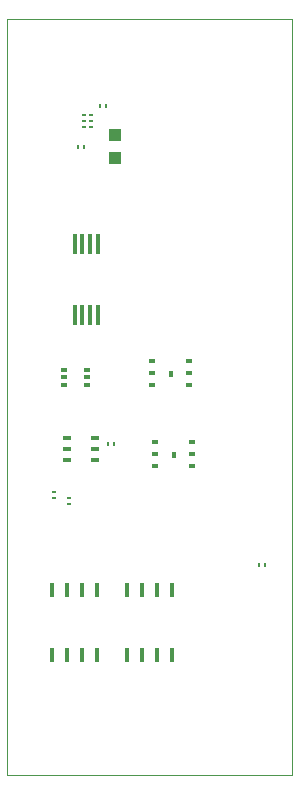
<source format=gtp>
G75*
%MOIN*%
%OFA0B0*%
%FSLAX24Y24*%
%IPPOS*%
%LPD*%
%AMOC8*
5,1,8,0,0,1.08239X$1,22.5*
%
%ADD10C,0.0000*%
%ADD11R,0.0246X0.0177*%
%ADD12R,0.0177X0.0246*%
%ADD13R,0.0169X0.0110*%
%ADD14R,0.0165X0.0701*%
%ADD15R,0.0236X0.0165*%
%ADD16R,0.0276X0.0157*%
%ADD17R,0.0098X0.0138*%
%ADD18R,0.0177X0.0472*%
%ADD19R,0.0118X0.0079*%
%ADD20R,0.0394X0.0394*%
%ADD21R,0.0110X0.0169*%
D10*
X000180Y000180D02*
X000180Y025380D01*
X009680Y025380D01*
X009680Y000180D01*
X000180Y000180D01*
D11*
X005108Y010496D03*
X005108Y010889D03*
X005108Y011283D03*
X005008Y013196D03*
X005008Y013589D03*
X005008Y013983D03*
X006238Y013983D03*
X006238Y013589D03*
X006238Y013196D03*
X006338Y011283D03*
X006338Y010889D03*
X006338Y010496D03*
D12*
X005743Y010850D03*
X005643Y013550D03*
D13*
X002230Y009430D03*
X002230Y009230D03*
X001730Y009430D03*
X001730Y009630D03*
D14*
X002430Y015530D03*
X002686Y015530D03*
X002942Y015530D03*
X003198Y015530D03*
X003198Y017869D03*
X002942Y017869D03*
X002686Y017869D03*
X002430Y017869D03*
D15*
X002082Y013692D03*
X002082Y013436D03*
X002082Y013180D03*
X002830Y013180D03*
X002830Y013436D03*
X002830Y013692D03*
D16*
X003125Y011428D03*
X003125Y011054D03*
X003125Y010680D03*
X002180Y010680D03*
X002180Y011054D03*
X002180Y011428D03*
D17*
X003532Y011230D03*
X003728Y011230D03*
X002728Y021130D03*
X002532Y021130D03*
X003282Y022480D03*
X003478Y022480D03*
D18*
X003180Y006345D03*
X002680Y006345D03*
X002180Y006345D03*
X001680Y006345D03*
X001680Y004180D03*
X002180Y004180D03*
X002680Y004180D03*
X003180Y004180D03*
X004180Y004180D03*
X004680Y004180D03*
X005180Y004180D03*
X005680Y004180D03*
X005680Y006345D03*
X005180Y006345D03*
X004680Y006345D03*
X004180Y006345D03*
D19*
X002980Y021780D03*
X002980Y021977D03*
X002980Y022174D03*
X002744Y022174D03*
X002744Y021977D03*
X002744Y021780D03*
D20*
X003780Y021524D03*
X003780Y020736D03*
D21*
X008580Y007180D03*
X008780Y007180D03*
M02*

</source>
